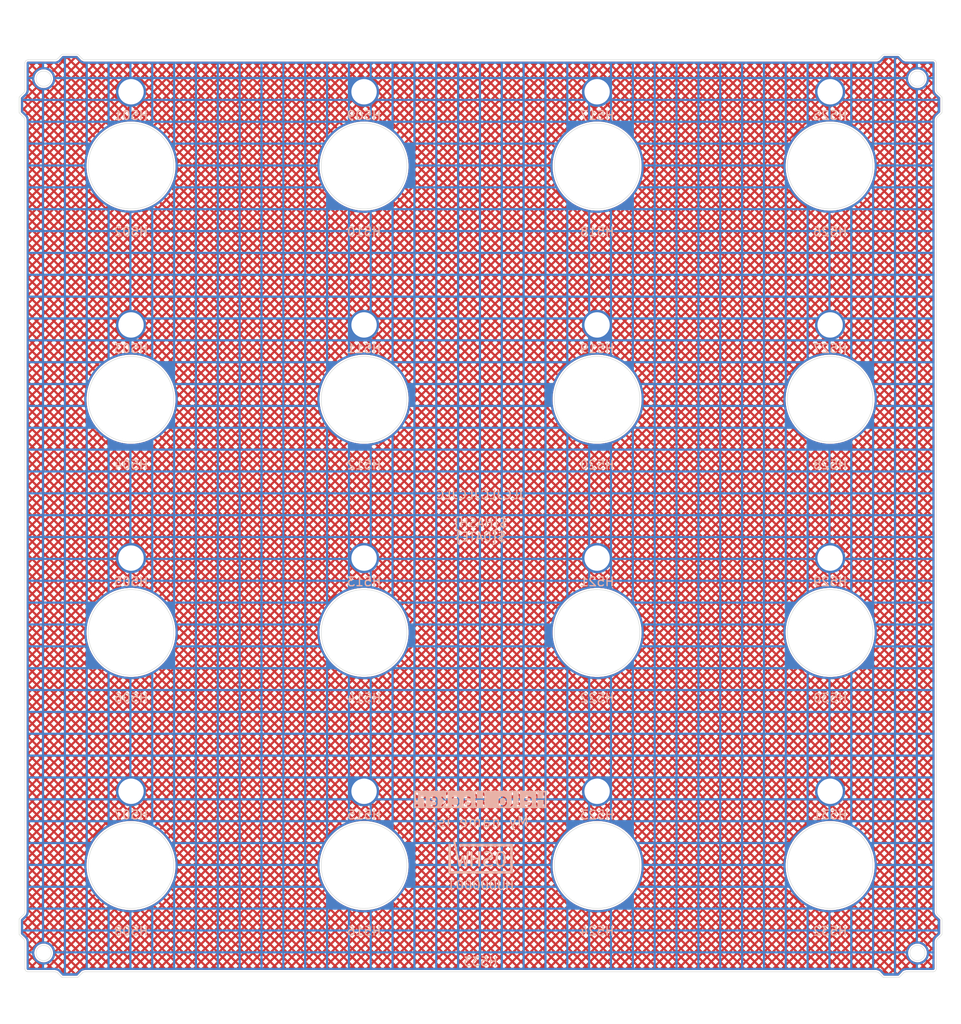
<source format=kicad_pcb>
(kicad_pcb (version 20241229) (generator "pcbnew") (generator_version "9.0")
  (layers (0 "F.Cu" signal) (2 "B.Cu" signal) (13 "F.Paste" user) (15 "B.Paste" user) (5 "F.SilkS" user "F.Silkscreen") (7 "B.SilkS" user "B.Silkscreen") (1 "F.Mask" user) (3 "B.Mask" user) (25 "Edge.Cuts" user))
  (net 0 "")
  (net 1 "GND")
  (footprint "suku_basics:FP_LED_TIGHT" (layer "F.Cu") (at 113.335 104.835)
    (property "Reference" "H521" (at 0 2.7 0) (layer "B.SilkS") (effects (justify mirror)))
    (property "Value" "LED")
    (pad "1" thru_hole circle (at 0 0 90) (size 3.1 3.1) (drill 2.9) (layers "*.Cu" "*.Mask") (net 1 "GND"))
  )
  (footprint "suku_basics:FP_POTENTIOMETER" (layer "F.Cu") (at 113.335 140.005)
    (property "Reference" "H524" (at 0 7.5 0) (layer "B.SilkS") (effects (justify mirror)))
    (property "Value" "Potentiometer")
    (pad "" np_thru_hole circle (at 0 0 90) (size 1.5 1.5) (drill 9.8) (layers "*.Cu" "*.Mask"))
  )
  (footprint "suku_basics:FP_LED_TIGHT" (layer "F.Cu") (at 113.335 131.505)
    (property "Reference" "H523" (at 0 2.7 0) (layer "B.SilkS") (effects (justify mirror)))
    (property "Value" "LED")
    (pad "1" thru_hole circle (at 0 0 90) (size 3.1 3.1) (drill 2.9) (layers "*.Cu" "*.Mask") (net 1 "GND"))
  )
  (footprint "suku_basics:FP_POTENTIOMETER" (layer "F.Cu") (at 59.995 86.665)
    (property "Reference" "H504" (at 0 7.5 0) (layer "B.SilkS") (effects (justify mirror)))
    (property "Value" "Potentiometer")
    (pad "" np_thru_hole circle (at 0 0 90) (size 1.5 1.5) (drill 9.8) (layers "*.Cu" "*.Mask"))
  )
  (footprint "suku_basics:FP_LED_TIGHT" (layer "F.Cu") (at 113.335 51.495)
    (property "Reference" "H517" (at 0 2.7 0) (layer "B.SilkS") (effects (justify mirror)))
    (property "Value" "LED")
    (pad "1" thru_hole circle (at 0 0 90) (size 3.1 3.1) (drill 2.9) (layers "*.Cu" "*.Mask") (net 1 "GND"))
  )
  (footprint "suku_basics:FP_POTENTIOMETER" (layer "F.Cu") (at 140.005 113.335)
    (property "Reference" "H530" (at 0 7.5 0) (layer "B.SilkS") (effects (justify mirror)))
    (property "Value" "Potentiometer")
    (pad "" np_thru_hole circle (at 0 0 90) (size 1.5 1.5) (drill 9.8) (layers "*.Cu" "*.Mask"))
  )
  (footprint "suku_basics:FP_POTENTIOMETER" (layer "F.Cu") (at 140.005 86.665)
    (property "Reference" "H528" (at 0 7.5 0) (layer "B.SilkS") (effects (justify mirror)))
    (property "Value" "Potentiometer")
    (pad "" np_thru_hole circle (at 0 0 90) (size 1.5 1.5) (drill 9.8) (layers "*.Cu" "*.Mask"))
  )
  (footprint "suku_basics:FP_LED_TIGHT" (layer "F.Cu") (at 86.665 131.505)
    (property "Reference" "H515" (at 0 2.7 0) (layer "B.SilkS") (effects (justify mirror)))
    (property "Value" "LED")
    (pad "1" thru_hole circle (at 0 0 90) (size 3.1 3.1) (drill 2.9) (layers "*.Cu" "*.Mask") (net 1 "GND"))
  )
  (footprint "suku_basics:FP_POTENTIOMETER" (layer "F.Cu") (at 140.005 140.005)
    (property "Reference" "H532" (at 0 7.5 0) (layer "B.SilkS") (effects (justify mirror)))
    (property "Value" "Potentiometer")
    (pad "" np_thru_hole circle (at 0 0 90) (size 1.5 1.5) (drill 9.8) (layers "*.Cu" "*.Mask"))
  )
  (footprint "suku_basics:FP_POTENTIOMETER" (layer "F.Cu") (at 113.335 113.335)
    (property "Reference" "H522" (at 0 7.5 0) (layer "B.SilkS") (effects (justify mirror)))
    (property "Value" "Potentiometer")
    (pad "" np_thru_hole circle (at 0 0 90) (size 1.5 1.5) (drill 9.8) (layers "*.Cu" "*.Mask"))
  )
  (footprint "suku_basics:FP_POTENTIOMETER" (layer "F.Cu") (at 140.005 59.995)
    (property "Reference" "H526" (at 0 7.5 0) (layer "B.SilkS") (effects (justify mirror)))
    (property "Value" "Potentiometer")
    (pad "" np_thru_hole circle (at 0 0 90) (size 1.5 1.5) (drill 9.8) (layers "*.Cu" "*.Mask"))
  )
  (footprint "suku_basics:FP_POTENTIOMETER" (layer "F.Cu") (at 113.335 59.995)
    (property "Reference" "H518" (at 0 7.5 0) (layer "B.SilkS") (effects (justify mirror)))
    (property "Value" "Potentiometer")
    (pad "" np_thru_hole circle (at 0 0 90) (size 1.5 1.5) (drill 9.8) (layers "*.Cu" "*.Mask"))
  )
  (footprint "suku_basics:FP_LED_TIGHT" (layer "F.Cu") (at 140.005 78.165)
    (property "Reference" "H527" (at 0 2.7 0) (layer "B.SilkS") (effects (justify mirror)))
    (property "Value" "LED")
    (pad "1" thru_hole circle (at 0 0 90) (size 3.1 3.1) (drill 2.9) (layers "*.Cu" "*.Mask") (net 1 "GND"))
  )
  (footprint "suku_basics:FP_POTENTIOMETER" (layer "F.Cu") (at 86.665 59.995)
    (property "Reference" "H510" (at 0 7.5 0) (layer "B.SilkS") (effects (justify mirror)))
    (property "Value" "Potentiometer")
    (pad "" np_thru_hole circle (at 0 0 90) (size 1.5 1.5) (drill 9.8) (layers "*.Cu" "*.Mask"))
  )
  (footprint "suku_basics:FP_POTENTIOMETER" (layer "F.Cu") (at 86.665 140.005)
    (property "Reference" "H516" (at 0 7.5 0) (layer "B.SilkS") (effects (justify mirror)))
    (property "Value" "Potentiometer")
    (pad "" np_thru_hole circle (at 0 0 90) (size 1.5 1.5) (drill 9.8) (layers "*.Cu" "*.Mask"))
  )
  (footprint "suku_basics:FP_POTENTIOMETER" (layer "F.Cu") (at 113.335 86.665)
    (property "Reference" "H520" (at 0 7.5 0) (layer "B.SilkS") (effects (justify mirror)))
    (property "Value" "Potentiometer")
    (pad "" np_thru_hole circle (at 0 0 90) (size 1.5 1.5) (drill 9.8) (layers "*.Cu" "*.Mask"))
  )
  (footprint "suku_basics:FP_LED_TIGHT" (layer "F.Cu") (at 59.995 78.165)
    (property "Reference" "H503" (at 0 2.7 0) (layer "B.SilkS") (effects (justify mirror)))
    (property "Value" "LED")
    (pad "1" thru_hole circle (at 0 0 90) (size 3.1 3.1) (drill 2.9) (layers "*.Cu" "*.Mask") (net 1 "GND"))
  )
  (footprint "suku_basics:FP_LED_TIGHT" (layer "F.Cu") (at 59.995 51.495)
    (property "Reference" "H501" (at 0 2.7 0) (layer "B.SilkS") (effects (justify mirror)))
    (property "Value" "LED")
    (pad "1" thru_hole circle (at 0 0 90) (size 3.1 3.1) (drill 2.9) (layers "*.Cu" "*.Mask") (net 1 "GND"))
  )
  (footprint "suku_basics:FP_LED_TIGHT" (layer "F.Cu") (at 140.005 104.835)
    (property "Reference" "H529" (at 0 2.7 0) (layer "B.SilkS") (effects (justify mirror)))
    (property "Value" "LED")
    (pad "1" thru_hole circle (at 0 0 90) (size 3.1 3.1) (drill 2.9) (layers "*.Cu" "*.Mask") (net 1 "GND"))
  )
  (footprint "suku_basics:FP_LED_TIGHT" (layer "F.Cu") (at 59.995 104.835)
    (property "Reference" "H505" (at 0 2.7 0) (layer "B.SilkS") (effects (justify mirror)))
    (property "Value" "LED")
    (pad "1" thru_hole circle (at 0 0 90) (size 3.1 3.1) (drill 2.9) (layers "*.Cu" "*.Mask") (net 1 "GND"))
  )
  (footprint "suku_basics:FP_LED_TIGHT" (layer "F.Cu") (at 86.665 51.495)
    (property "Reference" "H509" (at 0 2.7 0) (layer "B.SilkS") (effects (justify mirror)))
    (property "Value" "LED")
    (pad "1" thru_hole circle (at 0 0 90) (size 3.1 3.1) (drill 2.9) (layers "*.Cu" "*.Mask") (net 1 "GND"))
  )
  (footprint "suku_basics:FP_POTENTIOMETER" (layer "F.Cu") (at 59.995 59.995)
    (property "Reference" "H502" (at 0 7.5 0) (layer "B.SilkS") (effects (justify mirror)))
    (property "Value" "Potentiometer")
    (pad "" np_thru_hole circle (at 0 0 90) (size 1.5 1.5) (drill 9.8) (layers "*.Cu" "*.Mask"))
  )
  (footprint "suku_basics:FP_LED_TIGHT" (layer "F.Cu") (at 59.995 131.505)
    (property "Reference" "H507" (at 0 2.7 0) (layer "B.SilkS") (effects (justify mirror)))
    (property "Value" "LED")
    (pad "1" thru_hole circle (at 0 0 90) (size 3.1 3.1) (drill 2.9) (layers "*.Cu" "*.Mask") (net 1 "GND"))
  )
  (footprint "suku_basics:FP_POTENTIOMETER" (layer "F.Cu") (at 86.665 113.335)
    (property "Reference" "H514" (at 0 7.5 0) (layer "B.SilkS") (effects (justify mirror)))
    (property "Value" "Potentiometer")
    (pad "" np_thru_hole circle (at 0 0 90) (size 1.5 1.5) (drill 9.8) (layers "*.Cu" "*.Mask"))
  )
  (footprint "suku_basics:FP_LED_TIGHT" (layer "F.Cu") (at 140.005 131.505)
    (property "Reference" "H531" (at 0 2.7 0) (layer "B.SilkS") (effects (justify mirror)))
    (property "Value" "LED")
    (pad "1" thru_hole circle (at 0 0 90) (size 3.1 3.1) (drill 2.9) (layers "*.Cu" "*.Mask") (net 1 "GND"))
  )
  (footprint "suku_basics:FP_POTENTIOMETER" (layer "F.Cu") (at 59.995 140.005)
    (property "Reference" "H508" (at 0 7.5 0) (layer "B.SilkS") (effects (justify mirror)))
    (property "Value" "Potentiometer")
    (pad "" np_thru_hole circle (at 0 0 90) (size 1.5 1.5) (drill 9.8) (layers "*.Cu" "*.Mask"))
  )
  (footprint "suku_basics:FP_POTENTIOMETER" (layer "F.Cu") (at 86.665 86.665)
    (property "Reference" "H512" (at 0 7.5 0) (layer "B.SilkS") (effects (justify mirror)))
    (property "Value" "Potentiometer")
    (pad "" np_thru_hole circle (at 0 0 90) (size 1.5 1.5) (drill 9.8) (layers "*.Cu" "*.Mask"))
  )
  (footprint "suku_basics:FP_LED_TIGHT" (layer "F.Cu") (at 86.665 78.165)
    (property "Reference" "H511" (at 0 2.7 0) (layer "B.SilkS") (effects (justify mirror)))
    (property "Value" "LED")
    (pad "1" thru_hole circle (at 0 0 90) (size 3.1 3.1) (drill 2.9) (layers "*.Cu" "*.Mask") (net 1 "GND"))
  )
  (footprint "suku_basics:FP_LED_TIGHT" (layer "F.Cu") (at 113.335 78.165)
    (property "Reference" "H519" (at 0 2.7 0) (layer "B.SilkS") (effects (justify mirror)))
    (property "Value" "LED")
    (pad "1" thru_hole circle (at 0 0 90) (size 3.1 3.1) (drill 2.9) (layers "*.Cu" "*.Mask") (net 1 "GND"))
  )
  (footprint "suku_basics:FP_POTENTIOMETER" (layer "F.Cu") (at 59.995 113.335)
    (property "Reference" "H506" (at 0 7.5 0) (layer "B.SilkS") (effects (justify mirror)))
    (property "Value" "Potentiometer")
    (pad "" np_thru_hole circle (at 0 0 90) (size 1.5 1.5) (drill 9.8) (layers "*.Cu" "*.Mask"))
  )
  (footprint "suku_basics:FP_OUTLINE_2" (layer "F.Cu") (at 100 100)
    (property "Reference" "H533" (at 0 51 0) (layer "B.SilkS") (effects (justify mirror)))
    (property "Value" "Outline")
    (fp_line (start -52.799999 -46.100001) (end -52.799999 -47.899999) (stroke (width 0.05)) (layer "Edge.Cuts"))
    (fp_line (start -52.799999 46.100001) (end -52.799999 47.899999) (stroke (width 0.05)) (layer "Edge.Cuts"))
    (fp_line (start -52.626954 -48.077382) (end -52.265506 -48.421458) (stroke (width 0.05)) (layer "Edge.Cuts"))
    (fp_line (start -52.626954 -45.922618) (end -52.265506 -45.578542) (stroke (width 0.05)) (layer "Edge.Cuts"))
    (fp_line (start -52.626954 45.922618) (end -52.265506 45.578542) (stroke (width 0.05)) (layer "Edge.Cuts"))
    (fp_line (start -52.626954 48.077382) (end -52.265506 48.421458) (stroke (width 0.05)) (layer "Edge.Cuts"))
    (fp_line (start -52.15 -48.75) (end -52.15 -51.8) (stroke (width 0.05)) (layer "Edge.Cuts"))
    (fp_line (start -52.15 45.25) (end -52.15 -45.25) (stroke (width 0.05)) (layer "Edge.Cuts"))
    (fp_line (start -52.15 48.75) (end -52.15 51.8) (stroke (width 0.05)) (layer "Edge.Cuts"))
    (fp_line (start -48.75 -52.15) (end -51.8 -52.15) (stroke (width 0.05)) (layer "Edge.Cuts"))
    (fp_line (start -48.75 52.15) (end -51.8 52.15) (stroke (width 0.05)) (layer "Edge.Cuts"))
    (fp_line (start -48.077382 -52.626954) (end -48.421458 -52.265506) (stroke (width 0.05)) (layer "Edge.Cuts"))
    (fp_line (start -48.077382 52.626954) (end -48.421458 52.265506) (stroke (width 0.05)) (layer "Edge.Cuts"))
    (fp_line (start -46.100001 -52.799999) (end -47.899999 -52.799999) (stroke (width 0.05)) (layer "Edge.Cuts"))
    (fp_line (start -46.100001 52.799999) (end -47.899999 52.799999) (stroke (width 0.05)) (layer "Edge.Cuts"))
    (fp_line (start -45.922618 -52.626954) (end -45.578542 -52.265506) (stroke (width 0.05)) (layer "Edge.Cuts"))
    (fp_line (start -45.922618 52.626954) (end -45.578542 52.265506) (stroke (width 0.05)) (layer "Edge.Cuts"))
    (fp_line (start -45.25 -52.15) (end 45.25 -52.15) (stroke (width 0.05)) (layer "Edge.Cuts"))
    (fp_line (start 45.25 52.15) (end -45.25 52.15) (stroke (width 0.05)) (layer "Edge.Cuts"))
    (fp_line (start 45.922618 -52.626954) (end 45.578542 -52.265506) (stroke (width 0.05)) (layer "Edge.Cuts"))
    (fp_line (start 45.922618 52.626955) (end 45.578542 52.265507) (stroke (width 0.05)) (layer "Edge.Cuts"))
    (fp_line (start 46.100001 -52.799999) (end 47.899999 -52.799999) (stroke (width 0.05)) (layer "Edge.Cuts"))
    (fp_line (start 46.100001 52.799999) (end 47.899999 52.799999) (stroke (width 0.05)) (layer "Edge.Cuts"))
    (fp_line (start 48.077377 52.626959) (end 48.421453 52.265511) (stroke (width 0.05)) (layer "Edge.Cuts"))
    (fp_line (start 48.077384 -52.626954) (end 48.42146 -52.265506) (stroke (width 0.05)) (layer "Edge.Cuts"))
    (fp_line (start 48.75 -52.15) (end 51.8 -52.15) (stroke (width 0.05)) (layer "Edge.Cuts"))
    (fp_line (start 48.75 52.15) (end 51.8 52.15) (stroke (width 0.05)) (layer "Edge.Cuts"))
    (fp_line (start 52.15 -48.75) (end 52.15 -51.8) (stroke (width 0.05)) (layer "Edge.Cuts"))
    (fp_line (start 52.15 -45.25) (end 52.15 45.25) (stroke (width 0.05)) (layer "Edge.Cuts"))
    (fp_line (start 52.15 48.75) (end 52.15 51.8) (stroke (width 0.05)) (layer "Edge.Cuts"))
    (fp_line (start 52.626954 -48.077385) (end 52.265506 -48.421461) (stroke (width 0.05)) (layer "Edge.Cuts"))
    (fp_line (start 52.626954 -45.922618) (end 52.265506 -45.578542) (stroke (width 0.05)) (layer "Edge.Cuts"))
    (fp_line (start 52.626954 45.922618) (end 52.265506 45.578542) (stroke (width 0.05)) (layer "Edge.Cuts"))
    (fp_line (start 52.626954 48.077383) (end 52.265506 48.421459) (stroke (width 0.05)) (layer "Edge.Cuts"))
    (fp_line (start 52.799999 -46.100001) (end 52.799999 -47.899999) (stroke (width 0.05)) (layer "Edge.Cuts"))
    (fp_line (start 52.799999 46.100001) (end 52.799999 47.899999) (stroke (width 0.05)) (layer "Edge.Cuts"))
    (fp_line (start 52.799999 47.899999) (end 52.626954 48.077383) (stroke (width 0.05)) (layer "Edge.Cuts"))
    (fp_arc (start -52.799999 -47.899999) (mid -52.717353 -47.992466) (end -52.62696 -48.077377) (stroke (width 0.05)) (layer "Edge.Cuts"))
    (fp_arc (start -52.799999 46.100001) (mid -52.717353 46.007534) (end -52.62696 45.922623) (stroke (width 0.05)) (layer "Edge.Cuts"))
    (fp_arc (start -52.62696 -45.922623) (mid -52.717353 -46.007534) (end -52.799999 -46.100001) (stroke (width 0.05)) (layer "Edge.Cuts"))
    (fp_arc (start -52.62696 48.077377) (mid -52.717353 47.992466) (end -52.799999 47.899999) (stroke (width 0.05)) (layer "Edge.Cuts"))
    (fp_arc (start -52.265506 -45.578542) (mid -52.179718 -45.424127) (end -52.15 -45.25) (stroke (width 0.05)) (layer "Edge.Cuts"))
    (fp_arc (start -52.265506 48.421458) (mid -52.179718 48.575873) (end -52.15 48.75) (stroke (width 0.05)) (layer "Edge.Cuts"))
    (fp_arc (start -52.15 -51.8) (mid -52.047488 -52.047488) (end -51.8 -52.15) (stroke (width 0.05)) (layer "Edge.Cuts"))
    (fp_arc (start -52.15 -48.75) (mid -52.179717 -48.575872) (end -52.265506 -48.421458) (stroke (width 0.05)) (layer "Edge.Cuts"))
    (fp_arc (start -52.15 45.25) (mid -52.179717 45.424128) (end -52.265506 45.578542) (stroke (width 0.05)) (layer "Edge.Cuts"))
    (fp_arc (start -51.8 52.15) (mid -52.047488 52.047488) (end -52.15 51.8) (stroke (width 0.05)) (layer "Edge.Cuts"))
    (fp_arc (start -48.75 52.15) (mid -48.575872 52.179717) (end -48.421458 52.265506) (stroke (width 0.05)) (layer "Edge.Cuts"))
    (fp_arc (start -48.421458 -52.265506) (mid -48.575873 -52.179718) (end -48.75 -52.15) (stroke (width 0.05)) (layer "Edge.Cuts"))
    (fp_arc (start -48.077377 -52.62696) (mid -47.992466 -52.717353) (end -47.899999 -52.799999) (stroke (width 0.05)) (layer "Edge.Cuts"))
    (fp_arc (start -47.899999 52.799999) (mid -47.992466 52.717353) (end -48.077377 52.62696) (stroke (width 0.05)) (layer "Edge.Cuts"))
    (fp_arc (start -46.100001 -52.799999) (mid -46.007534 -52.717353) (end -45.922623 -52.62696) (stroke (width 0.05)) (layer "Edge.Cuts"))
    (fp_arc (start -45.922623 52.62696) (mid -46.007534 52.717353) (end -46.100001 52.799999) (stroke (width 0.05)) (layer "Edge.Cuts"))
    (fp_arc (start -45.578542 52.265506) (mid -45.424127 52.179718) (end -45.25 52.15) (stroke (width 0.05)) (layer "Edge.Cuts"))
    (fp_arc (start -45.25 -52.15) (mid -45.424128 -52.179717) (end -45.578542 -52.265506) (stroke (width 0.05)) (layer "Edge.Cuts"))
    (fp_arc (start 45.25 52.15) (mid 45.424127 52.179718) (end 45.578542 52.265506) (stroke (width 0.05)) (layer "Edge.Cuts"))
    (fp_arc (start 45.578542 -52.265506) (mid 45.424128 -52.179717) (end 45.25 -52.15) (stroke (width 0.05)) (layer "Edge.Cuts"))
    (fp_arc (start 45.922623 -52.62696) (mid 46.007534 -52.717353) (end 46.100001 -52.799999) (stroke (width 0.05)) (layer "Edge.Cuts"))
    (fp_arc (start 46.099996 52.799994) (mid 46.007529 52.717348) (end 45.922618 52.626955) (stroke (width 0.05)) (layer "Edge.Cuts"))
    (fp_arc (start 47.900001 -52.799999) (mid 47.992468 -52.717353) (end 48.077379 -52.62696) (stroke (width 0.05)) (layer "Edge.Cuts"))
    (fp_arc (start 48.077377 52.62696) (mid 47.992466 52.717353) (end 47.899999 52.799999) (stroke (width 0.05)) (layer "Edge.Cuts"))
    (fp_arc (start 48.421458 52.265507) (mid 48.575872 52.179718) (end 48.75 52.150001) (stroke (width 0.05)) (layer "Edge.Cuts"))
    (fp_arc (start 48.750002 -52.15) (mid 48.575874 -52.179717) (end 48.42146 -52.265506) (stroke (width 0.05)) (layer "Edge.Cuts"))
    (fp_arc (start 51.8 -52.15) (mid 52.047487 -52.047487) (end 52.15 -51.8) (stroke (width 0.05)) (layer "Edge.Cuts"))
    (fp_arc (start 52.15 -45.25) (mid 52.179717 -45.424128) (end 52.265506 -45.578542) (stroke (width 0.05)) (layer "Edge.Cuts"))
    (fp_arc (start 52.15 48.75) (mid 52.179718 48.575873) (end 52.265506 48.421458) (stroke (width 0.05)) (layer "Edge.Cuts"))
    (fp_arc (start 52.15 51.8) (mid 52.047487 52.047487) (end 51.8 52.15) (stroke (width 0.05)) (layer "Edge.Cuts"))
    (fp_arc (start 52.265506 -48.421461) (mid 52.179717 -48.575875) (end 52.15 -48.750003) (stroke (width 0.05)) (layer "Edge.Cuts"))
    (fp_arc (start 52.265506 45.578542) (mid 52.179717 45.424128) (end 52.15 45.25) (stroke (width 0.05)) (layer "Edge.Cuts"))
    (fp_arc (start 52.62696 -48.07738) (mid 52.717353 -47.992469) (end 52.799999 -47.900002) (stroke (width 0.05)) (layer "Edge.Cuts"))
    (fp_arc (start 52.62696 45.922623) (mid 52.717353 46.007534) (end 52.799999 46.100001) (stroke (width 0.05)) (layer "Edge.Cuts"))
    (fp_arc (start 52.799999 -46.100001) (mid 52.717353 -46.007534) (end 52.62696 -45.922623) (stroke (width 0.05)) (layer "Edge.Cuts"))
    (fp_circle (center -50 -50) (end -49.125 -50) (stroke (width 0.05)) (fill no) (layer "Edge.Cuts"))
    (fp_circle (center -50 50) (end -49.125 50) (stroke (width 0.05)) (fill no) (layer "Edge.Cuts"))
    (fp_circle (center 50 -50) (end 50.875 -50) (stroke (width 0.05)) (fill no) (layer "Edge.Cuts"))
    (fp_circle (center 50 50) (end 50.875 50) (stroke (width 0.05)) (fill no) (layer "Edge.Cuts"))
  )
  (footprint "suku_basics:FP_LED_TIGHT" (layer "F.Cu") (at 140.005 51.495)
    (property "Reference" "H525" (at 0 2.7 0) (layer "B.SilkS") (effects (justify mirror)))
    (property "Value" "LED")
    (pad "1" thru_hole circle (at 0 0 90) (size 3.1 3.1) (drill 2.9) (layers "*.Cu" "*.Mask") (net 1 "GND"))
  )
  (footprint "suku_basics:FP_LED_TIGHT" (layer "F.Cu") (at 86.665 104.835)
    (property "Reference" "H513" (at 0 2.7 0) (layer "B.SilkS") (effects (justify mirror)))
    (property "Value" "LED")
    (pad "1" thru_hole circle (at 0 0 90) (size 3.1 3.1) (drill 2.9) (layers "*.Cu" "*.Mask") (net 1 "GND"))
  )
  (footprint "suku_basics:OSHWA" (layer "B.Cu") (at 100 140 180)
    (property "Reference" "H534" (hide yes))
    (property "Value" "Outline" (hide yes))
    (fp_poly (pts (xy 3.689316 -0.925456) (xy -3.689315 -0.925456) (xy -3.689315 2.488724) (xy 2.37617 2.488724) (xy 2.37617 2.176071) (xy -3.389168 2.176071) (xy -3.389168 -0.625308) (xy 3.389071 -0.625308) (xy 3.392246 0.928582) (xy 3.395421 2.482471) (xy 3.542369 2.485995) (xy 3.689316 2.489518)) (fill yes) (layer "B.SilkS"))
    (fp_poly (pts (xy 0.146948 1.623126) (xy 0.268883 1.619547) (xy 0.275519 0.900443) (xy 0.91295 0.900443) (xy 0.91295 1.6258) (xy 1.150567 1.6258) (xy 1.150567 -0.125062) (xy 0.91295 -0.125062) (xy 0.91295 0.700344) (xy 0.275136 0.700344) (xy 0.275136 -0.125062) (xy 0.025013 -0.125062) (xy 0.025013 1.626706)) (fill yes) (layer "B.SilkS"))
    (fp_poly (pts (xy -3.526735 -2.088528) (xy -3.101526 -2.088528) (xy -3.101526 -1.613294) (xy -2.951452 -1.613294) (xy -2.951452 -2.763861) (xy -3.101038 -2.763861) (xy -3.104409 -2.491852) (xy -3.107779 -2.219843) (xy -3.526735 -2.212985) (xy -3.526735 -2.763861) (xy -3.689315 -2.763861) (xy -3.689315 -1.613294) (xy -3.526735 -1.613294)) (fill yes) (layer "B.SilkS"))
    (fp_poly (pts (xy 2.423363 -2.099022) (xy 2.455397 -2.12638) (xy 2.472875 -2.164417) (xy 2.473375 -2.206947) (xy 2.454476 -2.247785) (xy 2.445522 -2.25793) (xy 2.405042 -2.283341) (xy 2.360014 -2.288196) (xy 2.318075 -2.272398) (xy 2.303313 -2.259682) (xy 2.278977 -2.218539) (xy 2.275667 -2.175058) (xy 2.290781 -2.135108) (xy 2.321718 -2.104558) (xy 2.365875 -2.089276) (xy 2.379195 -2.088528)) (fill yes) (layer "B.SilkS"))
    (fp_poly (pts (xy 1.472895 -2.099022) (xy 1.504929 -2.12638) (xy 1.522407 -2.164417) (xy 1.522907 -2.206947) (xy 1.504008 -2.247785) (xy 1.495054 -2.25793) (xy 1.454575 -2.283341) (xy 1.409546 -2.288196) (xy 1.367607 -2.272398) (xy 1.352845 -2.259682) (xy 1.328509 -2.218539) (xy 1.325199 -2.175058) (xy 1.340313 -2.135108) (xy 1.37125 -2.104558) (xy 1.415407 -2.089276) (xy 1.428727 -2.088528)) (fill yes) (layer "B.SilkS"))
    (fp_poly (pts (xy 0.522427 -2.099022) (xy 0.554461 -2.12638) (xy 0.571939 -2.164417) (xy 0.57244 -2.206947) (xy 0.55354 -2.247785) (xy 0.544587 -2.25793) (xy 0.504107 -2.283341) (xy 0.459078 -2.288196) (xy 0.417139 -2.272398) (xy 0.402377 -2.259682) (xy 0.378041 -2.218539) (xy 0.374731 -2.175058) (xy 0.389846 -2.135108) (xy 0.420782 -2.104558) (xy 0.464939 -2.089276) (xy 0.478259 -2.088528)) (fill yes) (layer "B.SilkS"))
    (fp_poly (pts (xy -0.428041 -2.099022) (xy -0.396007 -2.12638) (xy -0.378529 -2.164417) (xy -0.378028 -2.206947) (xy -0.396927 -2.247785) (xy -0.405881 -2.25793) (xy -0.446361 -2.283341) (xy -0.491389 -2.288196) (xy -0.533328 -2.272398) (xy -0.54809 -2.259682) (xy -0.572426 -2.218539) (xy -0.575736 -2.175058) (xy -0.560622 -2.135108) (xy -0.529686 -2.104558) (xy -0.485529 -2.089276) (xy -0.472209 -2.088528)) (fill yes) (layer "B.SilkS"))
    (fp_poly (pts (xy -1.366002 -2.099022) (xy -1.333968 -2.12638) (xy -1.31649 -2.164417) (xy -1.31599 -2.206947) (xy -1.334889 -2.247785) (xy -1.343843 -2.25793) (xy -1.384322 -2.283341) (xy -1.429351 -2.288196) (xy -1.47129 -2.272398) (xy -1.486052 -2.259682) (xy -1.510388 -2.218539) (xy -1.513698 -2.175058) (xy -1.498584 -2.135108) (xy -1.467647 -2.104558) (xy -1.42349 -2.089276) (xy -1.41017 -2.088528)) (fill yes) (layer "B.SilkS"))
    (fp_poly (pts (xy 3.439193 -2.626293) (xy 3.67681 -2.626293) (xy 3.67681 -2.763861) (xy 3.037689 -2.763861) (xy 3.041469 -2.698203) (xy 3.045249 -2.632546) (xy 3.167184 -2.628966) (xy 3.289119 -2.625387) (xy 3.289119 -2.194378) (xy 3.288777 -2.074495) (xy 3.287778 -1.971946) (xy 3.286163 -1.888188) (xy 3.283972 -1.824679) (xy 3.281247 -1.782877) (xy 3.278027 -1.76424) (xy 3.277097 -1.763368) (xy 3.260168 -1.766055) (xy 3.225245 -1.773232) (xy 3.178662 -1.78357) (xy 3.157804 -1.78838) (xy 3.108191 -1.799632) (xy 3.067562 -1.808258) (xy 3.042296 -1.81293) (xy 3.037888 -1.813393) (xy 3.031169 -1.801857) (xy 3.028386 -1.770697) (xy 3.028992 -1.742407) (xy 3.032743 -1.671421) (xy 3.157804 -1.642959) (xy 3.221273 -1.630301) (xy 3.285815 -1.620393) (xy 3.341191 -1.614699) (xy 3.361029 -1.613896) (xy 3.439193 -1.613294)) (fill yes) (layer "B.SilkS"))
    (fp_poly (pts (xy -2.561065 -2.0883) (xy -2.557508 -2.563306) (xy -2.519948 -2.600854) (xy -2.471266 -2.633373) (xy -2.409462 -2.651483) (xy -2.342226 -2.654652) (xy -2.277249 -2.642346) (xy -2.231814 -2.62084) (xy -2.214905 -2.608756) (xy -2.201041 -2.59515) (xy -2.189922 -2.577563) (xy -2.181246 -2.553532) (xy -2.17471 -2.520598) (xy -2.170015 -2.4763) (xy -2.166857 -2.418177) (xy -2.164936 -2.343768) (xy -2.16395 -2.250614) (xy -2.163598 -2.136253) (xy -2.163564 -2.063918) (xy -2.163564 -1.613294) (xy -1.998864 -1.613294) (xy -2.004222 -2.072895) (xy -2.006032 -2.205355) (xy -2.008145 -2.314667) (xy -2.01064 -2.402695) (xy -2.0136 -2.471303) (xy -2.017104 -2.522353) (xy -2.021235 -2.557709) (xy -2.026072 -2.579236) (xy -2.026235 -2.579707) (xy -2.061961 -2.646483) (xy -2.11637 -2.704712) (xy -2.18322 -2.74789) (xy -2.191159 -2.751482) (xy -2.248615 -2.76959) (xy -2.317403 -2.781305) (xy -2.387483 -2.785695) (xy -2.448813 -2.781827) (xy -2.469965 -2.7774) (xy -2.559864 -2.741802) (xy -2.631084 -2.690092) (xy -2.68309 -2.622692) (xy -2.694035 -2.60128) (xy -2.700795 -2.585557) (xy -2.706311 -2.568715) (xy -2.710737 -2.548089) (xy -2.714227 -2.52101) (xy -2.716934 -2.484812) (xy -2.719011 -2.436829) (xy -2.720611 -2.374392) (xy -2.721887 -2.294836) (xy -2.722993 -2.195492) (xy -2.724036 -2.079149) (xy -2.727983 -1.613294) (xy -2.564621 -1.613294)) (fill yes) (layer "B.SilkS"))
    (fp_poly (pts (xy 2.479267 -1.612912) (xy 2.544266 -1.637705) (xy 2.599169 -1.679949) (xy 2.633148 -1.719274) (xy 2.674326 -1.78977) (xy 2.706844 -1.879346) (xy 2.730172 -1.983428) (xy 2.743778 -2.09744) (xy 2.74713 -2.216809) (xy 2.739698 -2.336958) (xy 2.720951 -2.453315) (xy 2.719279 -2.460853) (xy 2.685784 -2.566283) (xy 2.637453 -2.652461) (xy 2.574704 -2.718771) (xy 2.520358 -2.754112) (xy 2.462001 -2.774198) (xy 2.391637 -2.783817) (xy 2.320306 -2.782224) (xy 2.266388 -2.771248) (xy 2.190068 -2.734152) (xy 2.12676 -2.676662) (xy 2.07604 -2.598241) (xy 2.037481 -2.498348) (xy 2.029936 -2.47091) (xy 2.018323 -2.407332) (xy 2.010576 -2.326836) (xy 2.006695 -2.23636) (xy 2.006682 -2.144806) (xy 2.167182 -2.144806) (xy 2.16743 -2.28475) (xy 2.177721 -2.402029) (xy 2.198129 -2.496918) (xy 2.228728 -2.569692) (xy 2.269592 -2.620626) (xy 2.3012 -2.641906) (xy 2.354246 -2.66084) (xy 2.403413 -2.659264) (xy 2.446617 -2.643425) (xy 2.48408 -2.616016) (xy 2.516627 -2.575561) (xy 2.519016 -2.571514) (xy 2.542248 -2.52449) (xy 2.559405 -2.473242) (xy 2.57121 -2.413306) (xy 2.578386 -2.340213) (xy 2.581657 -2.249498) (xy 2.58204 -2.182324) (xy 2.579984 -2.074424) (xy 2.573824 -1.987609) (xy 2.562709 -1.918165) (xy 2.545787 -1.862378) (xy 2.522209 -1.816533) (xy 2.491124 -1.776917) (xy 2.488534 -1.774164) (xy 2.458625 -1.745356) (xy 2.432972 -1.73103) (xy 2.400092 -1.726228) (xy 2.376635 -1.72585) (xy 2.335154 -1.727808) (xy 2.306456 -1.736951) (xy 2.278799 -1.75818) (xy 2.263454 -1.773092) (xy 2.232664 -1.809168) (xy 2.20913 -1.850513) (xy 2.19183 -1.901075) (xy 2.179739 -1.964803) (xy 2.171835 -2.045647) (xy 2.167182 -2.144806) (xy 2.006682 -2.144806) (xy 2.006682 -2.142843) (xy 2.010537 -2.053224) (xy 2.018263 -1.97444) (xy 2.029855 -1.913442) (xy 2.059663 -1.823267) (xy 2.096259 -1.751266) (xy 2.143074 -1.690827) (xy 2.148311 -1.685308) (xy 2.199716 -1.642072) (xy 2.257261 -1.615278) (xy 2.326695 -1.60302) (xy 2.398093 -1.602551)) (fill yes) (layer "B.SilkS"))
    (fp_poly (pts (xy 1.528799 -1.612912) (xy 1.593798 -1.637705) (xy 1.648701 -1.679949) (xy 1.68268 -1.719274) (xy 1.723858 -1.78977) (xy 1.756376 -1.879346) (xy 1.779704 -1.983428) (xy 1.79331 -2.09744) (xy 1.796663 -2.216809) (xy 1.789231 -2.336958) (xy 1.770483 -2.453315) (xy 1.768811 -2.460853) (xy 1.735316 -2.566283) (xy 1.686986 -2.652461) (xy 1.624236 -2.718771) (xy 1.569891 -2.754112) (xy 1.511533 -2.774198) (xy 1.44117 -2.783817) (xy 1.369838 -2.782224) (xy 1.31592 -2.771248) (xy 1.239601 -2.734152) (xy 1.176293 -2.676662) (xy 1.125572 -2.598241) (xy 1.087013 -2.498348) (xy 1.079469 -2.47091) (xy 1.067856 -2.407332) (xy 1.060108 -2.326836) (xy 1.056227 -2.23636) (xy 1.056214 -2.144806) (xy 1.216714 -2.144806) (xy 1.216962 -2.28475) (xy 1.227253 -2.402029) (xy 1.247661 -2.496918) (xy 1.27826 -2.569692) (xy 1.319124 -2.620626) (xy 1.350732 -2.641906) (xy 1.403779 -2.66084) (xy 1.452946 -2.659264) (xy 1.496149 -2.643425) (xy 1.533612 -2.616016) (xy 1.566159 -2.575561) (xy 1.568548 -2.571514) (xy 1.59178 -2.52449) (xy 1.608937 -2.473242) (xy 1.620742 -2.413306) (xy 1.627918 -2.340213) (xy 1.631189 -2.249498) (xy 1.631572 -2.182324) (xy 1.629516 -2.074424) (xy 1.623356 -1.987609) (xy 1.612241 -1.918165) (xy 1.59532 -1.862378) (xy 1.571742 -1.816533) (xy 1.540656 -1.776917) (xy 1.538066 -1.774164) (xy 1.508157 -1.745356) (xy 1.482504 -1.73103) (xy 1.449624 -1.726228) (xy 1.426167 -1.72585) (xy 1.384686 -1.727808) (xy 1.355988 -1.736951) (xy 1.328331 -1.75818) (xy 1.312986 -1.773092) (xy 1.282196 -1.809168) (xy 1.258663 -1.850513) (xy 1.241362 -1.901075) (xy 1.229271 -1.964803) (xy 1.221368 -2.045647) (xy 1.216714 -2.144806) (xy 1.056214 -2.144806) (xy 1.056214 -2.142843) (xy 1.06007 -2.053224) (xy 1.067795 -1.97444) (xy 1.079387 -1.913442) (xy 1.109196 -1.823267) (xy 1.145791 -1.751266) (xy 1.192606 -1.690827) (xy 1.197843 -1.685308) (xy 1.249248 -1.642072) (xy 1.306793 -1.615278) (xy 1.376227 -1.60302) (xy 1.447625 -1.602551)) (fill yes) (layer "B.SilkS"))
    (fp_poly (pts (xy 0.578332 -1.612912) (xy 0.64333 -1.637705) (xy 0.698234 -1.679949) (xy 0.732212 -1.719274) (xy 0.77339 -1.78977) (xy 0.805908 -1.879346) (xy 0.829236 -1.983428) (xy 0.842842 -2.09744) (xy 0.846195 -2.216809) (xy 0.838763 -2.336958) (xy 0.820015 -2.453315) (xy 0.818343 -2.460853) (xy 0.784848 -2.566283) (xy 0.736518 -2.652461) (xy 0.673769 -2.718771) (xy 0.619423 -2.754112) (xy 0.561066 -2.774198) (xy 0.490702 -2.783817) (xy 0.41937 -2.782224) (xy 0.365453 -2.771248) (xy 0.289133 -2.734152) (xy 0.225825 -2.676662) (xy 0.175104 -2.598241) (xy 0.136546 -2.498348) (xy 0.129001 -2.47091) (xy 0.117388 -2.407332) (xy 0.10964 -2.326836) (xy 0.10576 -2.23636) (xy 0.105746 -2.144806) (xy 0.266246 -2.144806) (xy 0.266494 -2.28475) (xy 0.276785 -2.402029) (xy 0.297193 -2.496918) (xy 0.327792 -2.569692) (xy 0.368656 -2.620626) (xy 0.400264 -2.641906) (xy 0.453311 -2.66084) (xy 0.502478 -2.659264) (xy 0.545681 -2.643425) (xy 0.583144 -2.616016) (xy 0.615692 -2.575561) (xy 0.61808 -2.571514) (xy 0.641313 -2.52449) (xy 0.65847 -2.473242) (xy 0.670275 -2.413306) (xy 0.677451 -2.340213) (xy 0.680721 -2.249498) (xy 0.681105 -2.182324) (xy 0.679048 -2.074424) (xy 0.672888 -1.987609) (xy 0.661773 -1.918165) (xy 0.644852 -1.862378) (xy 0.621274 -1.816533) (xy 0.590188 -1.776917) (xy 0.587598 -1.774164) (xy 0.557689 -1.745356) (xy 0.532036 -1.73103) (xy 0.499156 -1.726228) (xy 0.475699 -1.72585) (xy 0.434218 -1.727808) (xy 0.40552 -1.736951) (xy 0.377863 -1.75818) (xy 0.362518 -1.773092) (xy 0.331729 -1.809168) (xy 0.308195 -1.850513) (xy 0.290894 -1.901075) (xy 0.278803 -1.964803) (xy 0.2709 -2.045647) (xy 0.266246 -2.144806) (xy 0.105746 -2.144806) (xy 0.105746 -2.142843) (xy 0.109602 -2.053224) (xy 0.117327 -1.97444) (xy 0.12892 -1.913442) (xy 0.158728 -1.823267) (xy 0.195323 -1.751266) (xy 0.242139 -1.690827) (xy 0.247376 -1.685308) (xy 0.29878 -1.642072) (xy 0.356326 -1.615278) (xy 0.42576 -1.60302) (xy 0.497157 -1.602551)) (fill yes) (layer "B.SilkS"))
    (fp_poly (pts (xy -0.372136 -1.612912) (xy -0.307138 -1.637705) (xy -0.252234 -1.679949) (xy -0.218255 -1.719274) (xy -0.177078 -1.78977) (xy -0.144559 -1.879346) (xy -0.121231 -1.983428) (xy -0.107626 -2.09744) (xy -0.104273 -2.216809) (xy -0.111705 -2.336958) (xy -0.130453 -2.453315) (xy -0.132124 -2.460853) (xy -0.165619 -2.566283) (xy -0.21395 -2.652461) (xy -0.276699 -2.718771) (xy -0.331045 -2.754112) (xy -0.389402 -2.774198) (xy -0.459766 -2.783817) (xy -0.531098 -2.782224) (xy -0.585015 -2.771248) (xy -0.661335 -2.734152) (xy -0.724643 -2.676662) (xy -0.775364 -2.598241) (xy -0.813922 -2.498348) (xy -0.821467 -2.47091) (xy -0.83308 -2.407332) (xy -0.840827 -2.326836) (xy -0.844708 -2.23636) (xy -0.844721 -2.144806) (xy -0.684221 -2.144806) (xy -0.683973 -2.28475) (xy -0.673682 -2.402029) (xy -0.653275 -2.496918) (xy -0.622676 -2.569692) (xy -0.581811 -2.620626) (xy -0.550203 -2.641906) (xy -0.497157 -2.66084) (xy -0.44799 -2.659264) (xy -0.404787 -2.643425) (xy -0.367324 -2.616016) (xy -0.334776 -2.575561) (xy -0.332387 -2.571514) (xy -0.309155 -2.52449) (xy -0.291998 -2.473242) (xy -0.280193 -2.413306) (xy -0.273017 -2.340213) (xy -0.269746 -2.249498) (xy -0.269363 -2.182324) (xy -0.271419 -2.074424) (xy -0.27758 -1.987609) (xy -0.288695 -1.918165) (xy -0.305616 -1.862378) (xy -0.329194 -1.816533) (xy -0.36028 -1.776917) (xy -0.36287 -1.774164) (xy -0.392779 -1.745356) (xy -0.418432 -1.73103) (xy -0.451311 -1.726228) (xy -0.474768 -1.72585) (xy -0.51625 -1.727808) (xy -0.544947 -1.736951) (xy -0.572605 -1.75818) (xy -0.58795 -1.773092) (xy -0.618739 -1.809168) (xy -0.642273 -1.850513) (xy -0.659574 -1.901075) (xy -0.671664 -1.964803) (xy -0.679568 -2.045647) (xy -0.684221 -2.144806) (xy -0.844721 -2.144806) (xy -0.844721 -2.142843) (xy -0.840866 -2.053224) (xy -0.833141 -1.97444) (xy -0.821548 -1.913442) (xy -0.79174 -1.823267) (xy -0.755145 -1.751266) (xy -0.708329 -1.690827) (xy -0.703092 -1.685308) (xy -0.651688 -1.642072) (xy -0.594142 -1.615278) (xy -0.524708 -1.60302) (xy -0.453311 -1.602551)) (fill yes) (layer "B.SilkS"))
    (fp_poly (pts (xy -1.310098 -1.612912) (xy -1.245099 -1.637705) (xy -1.190196 -1.679949) (xy -1.156217 -1.719274) (xy -1.115039 -1.78977) (xy -1.082521 -1.879346) (xy -1.059193 -1.983428) (xy -1.045587 -2.09744) (xy -1.042234 -2.216809) (xy -1.049666 -2.336958) (xy -1.068414 -2.453315) (xy -1.070086 -2.460853) (xy -1.103581 -2.566283) (xy -1.151911 -2.652461) (xy -1.214661 -2.718771) (xy -1.269007 -2.754112) (xy -1.327364 -2.774198) (xy -1.397728 -2.783817) (xy -1.469059 -2.782224) (xy -1.522977 -2.771248) (xy -1.599296 -2.734152) (xy -1.662604 -2.676662) (xy -1.713325 -2.598241) (xy -1.751884 -2.498348) (xy -1.759429 -2.47091) (xy -1.771042 -2.407332) (xy -1.778789 -2.326836) (xy -1.78267 -2.23636) (xy -1.782683 -2.144806) (xy -1.622183 -2.144806) (xy -1.621935 -2.28475) (xy -1.611644 -2.402029) (xy -1.591236 -2.496918) (xy -1.560637 -2.569692) (xy -1.519773 -2.620626) (xy -1.488165 -2.641906) (xy -1.435118 -2.66084) (xy -1.385951 -2.659264) (xy -1.342748 -2.643425) (xy -1.305285 -2.616016) (xy -1.272738 -2.575561) (xy -1.270349 -2.571514) (xy -1.247117 -2.52449) (xy -1.22996 -2.473242) (xy -1.218155 -2.413306) (xy -1.210979 -2.340213) (xy -1.207708 -2.249498) (xy -1.207325 -2.182324) (xy -1.209381 -2.074424) (xy -1.215541 -1.987609) (xy -1.226656 -1.918165) (xy -1.243577 -1.862378) (xy -1.267155 -1.816533) (xy -1.298241 -1.776917) (xy -1.300831 -1.774164) (xy -1.33074 -1.745356) (xy -1.356393 -1.73103) (xy -1.389273 -1.726228) (xy -1.41273 -1.72585) (xy -1.454211 -1.727808) (xy -1.482909 -1.736951) (xy -1.510566 -1.75818) (xy -1.525911 -1.773092) (xy -1.556701 -1.809168) (xy -1.580234 -1.850513) (xy -1.597535 -1.901075) (xy -1.609626 -1.964803) (xy -1.617529 -2.045647) (xy -1.622183 -2.144806) (xy -1.782683 -2.144806) (xy -1.782683 -2.142843) (xy -1.778827 -2.053224) (xy -1.771102 -1.97444) (xy -1.75951 -1.913442) (xy -1.729702 -1.823267) (xy -1.693106 -1.751266) (xy -1.646291 -1.690827) (xy -1.641054 -1.685308) (xy -1.589649 -1.642072) (xy -1.532104 -1.615278) (xy -1.46267 -1.60302) (xy -1.391272 -1.602551)) (fill yes) (layer "B.SilkS"))
    (fp_poly (pts (xy -2.213686 1.648416) (xy -2.173361 1.642883) (xy -2.133448 1.632444) (xy -2.11365 1.62599) (xy -2.017135 1.582277) (xy -1.934897 1.520831) (xy -1.866124 1.440575) (xy -1.810003 1.340433) (xy -1.765721 1.219326) (xy -1.744681 1.136985) (xy -1.734923 1.07785) (xy -1.72692 0.999811) (xy -1.720855 0.908928) (xy -1.716911 0.811259) (xy -1.71527 0.712863) (xy -1.716115 0.6198) (xy -1.719627 0.538129) (xy -1.724944 0.481445) (xy -1.751517 0.331144) (xy -1.789241 0.202461) (xy -1.838715 0.094336) (xy -1.900537 0.005708) (xy -1.975305 -0.06448) (xy -2.062762 -0.116889) (xy -2.103525 -0.134659) (xy -2.139902 -0.14622) (xy -2.179949 -0.153159) (xy -2.231723 -0.157061) (xy -2.275366 -0.158715) (xy -2.345863 -0.159585) (xy -2.399351 -0.156676) (xy -2.443645 -0.149242) (xy -2.478265 -0.139354) (xy -2.571511 -0.098856) (xy -2.651292 -0.042823) (xy -2.718295 0.029968) (xy -2.773207 0.120739) (xy -2.816717 0.230714) (xy -2.849512 0.361114) (xy -2.872279 0.513163) (xy -2.877989 0.571523) (xy -2.884864 0.674628) (xy -2.885786 0.744116) (xy -2.629897 0.744116) (xy -2.627195 0.594409) (xy -2.618801 0.467089) (xy -2.604279 0.360089) (xy -2.583196 0.27134) (xy -2.555116 0.198778) (xy -2.519605 0.140333) (xy -2.497463 0.114208) (xy -2.463968 0.08401) (xy -2.42916 0.060012) (xy -2.419941 0.055293) (xy -2.371974 0.042609) (xy -2.310675 0.038337) (xy -2.24617 0.042214) (xy -2.188587 0.053976) (xy -2.167463 0.061848) (xy -2.110324 0.10024) (xy -2.062818 0.159403) (xy -2.024838 0.239747) (xy -1.996276 0.341685) (xy -1.977025 0.465628) (xy -1.966978 0.611987) (xy -1.96603 0.781173) (xy -1.967346 0.831659) (xy -1.974496 0.971762) (xy -1.986642 1.089396) (xy -2.00452 1.186737) (xy -2.02887 1.265962) (xy -2.06043 1.329249) (xy -2.099936 1.378775) (xy -2.148127 1.416718) (xy -2.169817 1.429044) (xy -2.234525 1.450351) (xy -2.308708 1.455453) (xy -2.382835 1.444401) (xy -2.428511 1.427606) (xy -2.481734 1.392782) (xy -2.526042 1.343307) (xy -2.561873 1.277702) (xy -2.589663 1.194486) (xy -2.609848 1.092179) (xy -2.622863 0.969303) (xy -2.629144 0.824376) (xy -2.629897 0.744116) (xy -2.885786 0.744116) (xy -2.886107 0.768282) (xy -2.881727 0.866448) (xy -2.878187 0.912678) (xy -2.859119 1.072373) (xy -2.830164 1.210136) (xy -2.790684 1.327272) (xy -2.740046 1.425088) (xy -2.677612 1.504888) (xy -2.602749 1.567978) (xy -2.542136 1.603131) (xy -2.502095 1.621588) (xy -2.466776 1.633727) (xy -2.42829 1.641206) (xy -2.378745 1.645687) (xy -2.328219 1.648133) (xy -2.262584 1.649885)) (fill yes) (layer "B.SilkS"))
    (fp_poly (pts (xy -0.796763 1.648341) (xy -0.685523 1.638002) (xy -0.57458 1.618762) (xy -0.47144 1.591483) (xy -0.422082 1.57389) (xy -0.406061 1.566635) (xy -0.395996 1.556809) (xy -0.390503 1.53914) (xy -0.388198 1.508358) (xy -0.387696 1.45919) (xy -0.38769 1.442943) (xy -0.388153 1.392245) (xy -0.389395 1.352573) (xy -0.391198 1.329392) (xy -0.392368 1.325652) (xy -0.404999 1.331227) (xy -0.432223 1.345495) (xy -0.453058 1.356958) (xy -0.554732 1.404587) (xy -0.659074 1.436678) (xy -0.76262 1.453345) (xy -0.86191 1.4547) (xy -0.95348 1.440857) (xy -1.033869 1.41193) (xy -1.099615 1.368032) (xy -1.130442 1.334753) (xy -1.166972 1.26703) (xy -1.183105 1.189889) (xy -1.177427 1.110201) (xy -1.177033 1.108409) (xy -1.163988 1.063883) (xy -1.144802 1.026727) (xy -1.116635 0.995185) (xy -1.076646 0.9675) (xy -1.021997 0.941913) (xy -0.949848 0.916667) (xy -0.857358 0.890006) (xy -0.799557 0.874812) (xy -0.729069 0.855592) (xy -0.661512 0.835202) (xy -0.603334 0.815723) (xy -0.560981 0.799233) (xy -0.551784 0.794908) (xy -0.457399 0.735184) (xy -0.384118 0.662245) (xy -0.331806 0.575839) (xy -0.300327 0.475715) (xy -0.289545 0.361621) (xy -0.290958 0.312654) (xy -0.307843 0.196094) (xy -0.343494 0.095994) (xy -0.397943 0.01233) (xy -0.47122 -0.054921) (xy -0.563355 -0.105784) (xy -0.674379 -0.140282) (xy -0.804323 -0.158439) (xy -0.900443 -0.161483) (xy -0.984703 -0.158051) (xy -1.070024 -0.149441) (xy -1.13806 -0.138049) (xy -1.198338 -0.123653) (xy -1.259779 -0.106575) (xy -1.310396 -0.090181) (xy -1.316272 -0.088005) (xy -1.388183 -0.060734) (xy -1.388183 0.063429) (xy -1.387687 0.115723) (xy -1.386352 0.157145) (xy -1.384404 0.182382) (xy -1.38289 0.187592) (xy -1.370172 0.182129) (xy -1.340939 0.167587) (xy -1.300705 0.146732) (xy -1.285967 0.138943) (xy -1.192068 0.093743) (xy -1.105928 0.063324) (xy -1.017843 0.044564) (xy -0.975878 0.039189) (xy -0.86929 0.035229) (xy -0.772107 0.046254) (xy -0.687556 0.071299) (xy -0.618865 0.109397) (xy -0.56926 0.159578) (xy -0.56797 0.161452) (xy -0.533797 0.231437) (xy -0.51833 0.308864) (xy -0.521301 0.387506) (xy -0.542443 0.461135) (xy -0.581487 0.523521) (xy -0.583649 0.525951) (xy -0.609695 0.551075) (xy -0.640923 0.57281) (xy -0.681021 0.592658) (xy -0.733674 0.612124) (xy -0.80257 0.632713) (xy -0.891395 0.655929) (xy -0.918913 0.662755) (xy -1.050387 0.699971) (xy -1.158673 0.741914) (xy -1.245375 0.790011) (xy -1.312098 0.845683) (xy -1.360446 0.910356) (xy -1.392023 0.985455) (xy -1.408435 1.072402) (xy -1.410535 1.09912) (xy -1.4061 1.216759) (xy -1.379547 1.324024) (xy -1.332234 1.419171) (xy -1.265518 1.500457) (xy -1.180757 1.566139) (xy -1.079309 1.614474) (xy -0.990106 1.638887) (xy -0.900793 1.648923)) (fill yes) (layer "B.SilkS"))
    (fp_poly (pts (xy 3.102426 2.926025) (xy 3.136692 2.92422) (xy 3.154538 2.920182) (xy 3.160258 2.913068) (xy 3.158976 2.904554) (xy 3.15551 2.889751) (xy 3.147085 2.85202) (xy 3.134032 2.79288) (xy 3.116683 2.713851) (xy 3.095368 2.616451) (xy 3.070419 2.5022) (xy 3.042167 2.372615) (xy 3.010944 2.229217) (xy 2.97708 2.073524) (xy 2.940907 1.907054) (xy 2.902756 1.731327) (xy 2.862958 1.547863) (xy 2.83241 1.406942) (xy 2.791579 1.218561) (xy 2.752145 1.036694) (xy 2.71444 0.86287) (xy 2.678796 0.698615) (xy 2.645545 0.545457) (xy 2.615018 0.404923) (xy 2.587548 0.27854) (xy 2.563467 0.167837) (xy 2.543106 0.07434) (xy 2.526798 -0.000424) (xy 2.514875 -0.054927) (xy 2.507668 -0.087641) (xy 2.505566 -0.096923) (xy 2.500685 -0.110204) (xy 2.490761 -0.118479) (xy 2.470723 -0.122922) (xy 2.435501 -0.124706) (xy 2.384194 -0.125006) (xy 2.269867 -0.124951) (xy 2.158632 0.36586) (xy 2.134167 0.473343) (xy 2.111178 0.573444) (xy 2.090296 0.66348) (xy 2.072154 0.740768) (xy 2.057382 0.802623) (xy 2.046613 0.846363) (xy 2.040477 0.869304) (xy 2.039552 0.871902) (xy 2.0352 0.863504) (xy 2.026061 0.83316) (xy 2.012753 0.783341) (xy 1.995895 0.716523) (xy 1.976107 0.635178) (xy 1.954007 0.54178) (xy 1.930215 0.438803) (xy 1.920631 0.396668) (xy 1.896245 0.289214) (xy 1.87343 0.189124) (xy 1.852808 0.099085) (xy 1.834997 0.021783) (xy 1.820618 -0.040094) (xy 1.81029 -0.083861) (xy 1.804634 -0.106831) (xy 1.803883 -0.109429) (xy 1.790649 -0.117883) (xy 1.757015 -0.122985) (xy 1.700958 -0.125004) (xy 1.686601 -0.125062) (xy 1.626286 -0.123691) (xy 1.58866 -0.119383) (xy 1.571536 -0.111845) (xy 1.570206 -0.109429) (xy 1.567599 -0.09467) (xy 1.561661 -0.057254) (xy 1.552709 0.000731) (xy 1.541057 0.077199) (xy 1.52702 0.170059) (xy 1.510913 0.277226) (xy 1.493053 0.396611) (xy 1.473753 0.526125) (xy 1.453329 0.663682) (xy 1.444195 0.725357) (xy 1.423286 0.86659) (xy 1.403322 1.001332) (xy 1.384628 1.127412) (xy 1.367524 1.242655) (xy 1.352335 1.344891) (xy 1.339382 1.431947) (xy 1.32899 1.50165) (xy 1.32148 1.551828) (xy 1.317176 1.580309) (xy 1.316421 1.585155) (xy 1.309874 1.6258) (xy 1.423328 1.6258) (xy 1.473932 1.624832) (xy 1.514231 1.622242) (xy 1.538299 1.618495) (xy 1.542347 1.61642) (xy 1.544815 1.602564) (xy 1.54987 1.566169) (xy 1.557226 1.509546) (xy 1.566598 1.435003) (xy 1.577701 1.34485) (xy 1.590248 1.241394) (xy 1.603954 1.126945) (xy 1.618534 1.003812) (xy 1.626268 0.937961) (xy 1.641232 0.81126) (xy 1.655556 0.692058) (xy 1.668946 0.582664) (xy 1.681106 0.485387) (xy 1.691743 0.402537) (xy 1.700562 0.336424) (xy 1.707269 0.289356) (xy 1.71157 0.263643) (xy 1.712746 0.25949) (xy 1.717087 0.269078) (xy 1.725857 0.300507) (xy 1.738432 0.351119) (xy 1.754188 0.41826) (xy 1.772503 0.499273) (xy 1.792752 0.591502) (xy 1.81403 0.690953) (xy 1.907189 1.131807) (xy 2.033915 1.135355) (xy 2.091233 1.1367) (xy 2.12833 1.136273) (xy 2.149983 1.133179) (xy 2.160967 1.126523) (xy 2.16606 1.115408) (xy 2.167325 1.110342) (xy 2.171428 1.091715) (xy 2.18008 1.051635) (xy 2.192635 0.993117) (xy 2.208451 0.919176) (xy 2.22688 0.832826) (xy 2.247278 0.737081) (xy 2.265319 0.652281) (xy 2.291375 0.531527) (xy 2.31393 0.430753) (xy 2.33277 0.350828) (xy 2.347679 0.292619) (xy 2.358443 0.256997) (xy 2.364847 0.244831) (xy 2.365865 0.245831) (xy 2.369616 0.260989) (xy 2.378089 0.299012) (xy 2.390942 0.358272) (xy 2.407829 0.437138) (xy 2.428409 0.533984) (xy 2.452336 0.647178) (xy 2.479268 0.775094) (xy 2.50886 0.916101) (xy 2.54077 1.068572) (xy 2.574654 1.230876) (xy 2.610167 1.401386) (xy 2.645109 1.569522) (xy 2.681846 1.746433) (xy 2.717239 1.91677) (xy 2.750948 2.078897) (xy 2.782629 2.231177) (xy 2.811944 2.371973) (xy 2.838549 2.499647) (xy 2.862104 2.612563) (xy 2.882267 2.709084) (xy 2.898698 2.787573) (xy 2.911055 2.846392) (xy 2.918996 2.883906) (xy 2.922135 2.898301) (xy 2.926897 2.911399) (xy 2.936571 2.919644) (xy 2.956132 2.924155) (xy 2.990556 2.926047) (xy 3.044818 2.92644) (xy 3.047448 2.92644)) (fill yes) (layer "B.SilkS"))
  )
  (gr_circle (center 86.665 86.665) (end 91.565 86.665) (stroke (width 0.05)) (fill no) (layer "Edge.Cuts"))
  (gr_circle (center 59.995 59.995) (end 64.895 59.995) (stroke (width 0.05)) (fill no) (layer "Edge.Cuts"))
  (gr_circle (center 86.665 113.335) (end 91.565 113.335) (stroke (width 0.05)) (fill no) (layer "Edge.Cuts"))
  (gr_circle (center 59.995 86.665) (end 64.895 86.665) (stroke (width 0.05)) (fill no) (layer "Edge.Cuts"))
  (gr_circle (center 140.005 140.005) (end 144.905 140.005) (stroke (width 0.05)) (fill no) (layer "Edge.Cuts"))
  (gr_circle (center 113.335 59.995) (end 118.235 59.995) (stroke (width 0.05)) (fill no) (layer "Edge.Cuts"))
  (gr_circle (center 113.335 86.665) (end 118.235 86.665) (stroke (width 0.05)) (fill no) (layer "Edge.Cuts"))
  (gr_circle (center 59.995 113.335) (end 64.895 113.335) (stroke (width 0.05)) (fill no) (layer "Edge.Cuts"))
  (gr_circle (center 113.335 113.335) (end 118.235 113.335) (stroke (width 0.05)) (fill no) (layer "Edge.Cuts"))
  (gr_circle (center 113.335 140.005) (end 118.235 140.005) (stroke (width 0.05)) (fill no) (layer "Edge.Cuts"))
  (gr_circle (center 140.005 59.995) (end 144.905 59.995) (stroke (width 0.05)) (fill no) (layer "Edge.Cuts"))
  (gr_circle (center 86.665 59.995) (end 91.565 59.995) (stroke (width 0.05)) (fill no) (layer "Edge.Cuts"))
  (gr_circle (center 140.005 86.665) (end 144.905 86.665) (stroke (width 0.05)) (fill no) (layer "Edge.Cuts"))
  (gr_circle (center 140.005 113.335) (end 144.905 113.335) (stroke (width 0.05)) (fill no) (layer "Edge.Cuts"))
  (gr_circle (center 59.995 140.005) (end 64.895 140.005) (stroke (width 0.05)) (fill no) (layer "Edge.Cuts"))
  (gr_circle (center 86.665 140.005) (end 91.565 140.005) (stroke (width 0.05)) (fill no) (layer "Edge.Cuts"))
  (gr_text "My name is:" (at 100 135 0) (layer "B.SilkS") (effects (font (size 1.2 1.2)) (justify mirror)))
  (gr_text "JLCJLCJLCJLC\n${PROJECTNAME}\n${HASH}\n${DATE}" (at 100 100 0) (layer "B.SilkS") (effects (font (size 1 1)) (justify mirror)))
  (gr_text "Hello Hacker!" (at 100 132.5 0) (layer "B.SilkS" knockout) (effects (font (size 1.5 1.5)) (justify mirror)))
  (zone (net 1) (net_name "GND") (layer "F.Cu") (connect_pads yes (clearance 0.254)) (min_thickness 0.1524) (fill yes (mode hatch) (thermal_gap 0.508) (thermal_bridge_width 0.254) (island_removal_mode 1) (island_area_min 10) (hatch_thickness 0.25) (hatch_gap 0.45) (hatch_orientation 45) (hatch_border_algorithm hatch_thickness) (hatch_min_hole_area 0.3))
    (polygon (pts (xy 45 45) (xy 46 41) (xy 48 41) (xy 49 45) (xy 155 45) (xy 155 155) (xy 45 155)))
  )
  (zone (net 1) (net_name "GND") (layer "B.Cu") (connect_pads yes (clearance 0.254)) (min_thickness 0.1524) (fill yes (mode hatch) (thermal_gap 0.508) (thermal_bridge_width 0.254) (island_removal_mode 1) (island_area_min 10) (hatch_thickness 0.25) (hatch_gap 2.25) (hatch_orientation 0) (hatch_border_algorithm hatch_thickness) (hatch_min_hole_area 0.3))
    (polygon (pts (xy 45 45) (xy 54 45) (xy 55 41) (xy 57 41) (xy 58 45) (xy 155 45) (xy 155 155) (xy 45 155)))
  )
)
</source>
